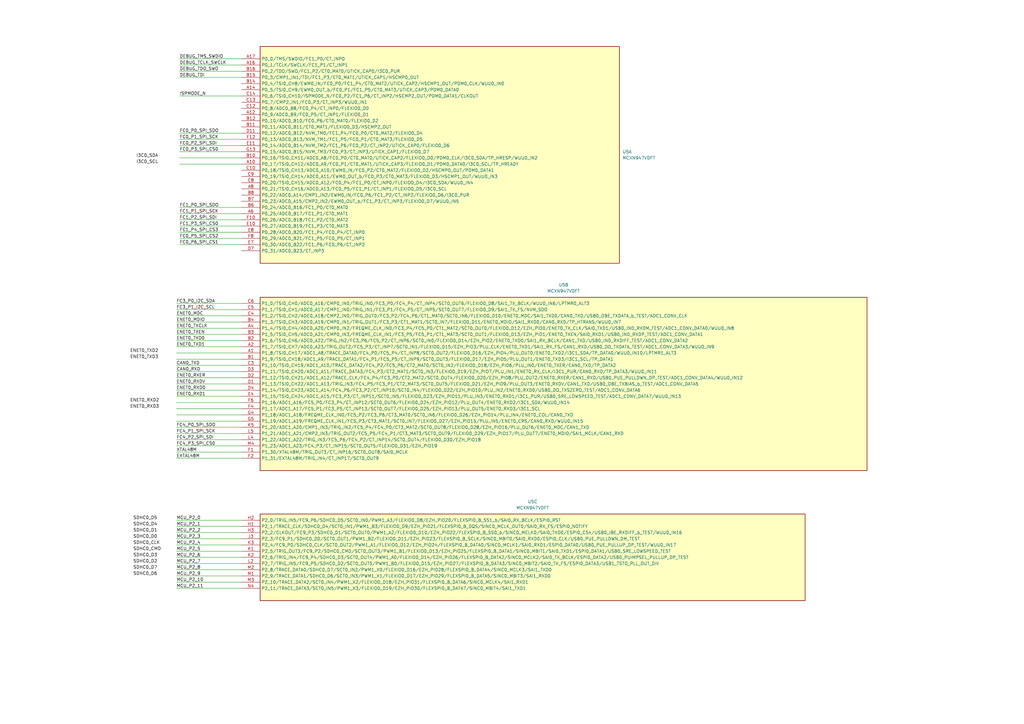
<source format=kicad_sch>
(kicad_sch (version 20231120) (generator "eeschema") (generator_version "8.0")
  (paper "A3")
  (title_block (title "MR-MCXN-T1 Sensor hub") (date "2025-01-17") (rev "X0") (company "NXP SEMICONDUCTORS B.V.") (comment 1 "CLASSIFICATION: INTERNAL USE ONLY") (comment 3 "DESIGNER: YOURI TILS") (comment 4 "CTO SYSTEM INNOVATIONS / MOBILE ROBOTICS DOMAIN"))
  (lib_symbols
    (symbol "MCXN:MCXN947VDFT"
      (property "Reference" "U" (at 1.27 3.81 0))
      (property "Value" "MCXN947VDFT" (at 7.62 1.27 0))
      (symbol "MCXN947VDFT_1_0"
        (rectangle (start 147.32 0) (end 0 -88.9) (stroke (width 0.254)) (fill (type background)))
        (pin passive line (at -7.62 -48.26 0) (length 7.62) (name "P0_17/TSI0_CH12/ADC0_A9/FC0_P1/CT0_MAT1/UTICK_CAP3/FLEXIO0_D1/PDM0_DATA0/I3C0_SCL/TP_HREADY") (number "A10"))
        (pin passive line (at -7.62 -27.94 0) (length 7.62) (name "P0_9/ADC0_B9/FC0_P5/CT_INP1/FLEXIO0_D1") (number "A12"))
        (pin passive line (at -7.62 -17.78 0) (length 7.62) (name "P0_5/TSI0_CH9/EWM0_OUT_b/FC0_P1/FC1_P5/CT0_MAT3/UTICK_CAP3/PDM0_DATA0") (number "A14"))
        (pin passive line (at -7.62 -7.62 0) (length 7.62) (name "P0_1/TCLK/SWCLK/FC1_P1/CT_INP1") (number "A16"))
        (pin passive line (at -7.62 -5.08 0) (length 7.62) (name "P0_0/TMS/SWDIO/FC1_P0/CT_INP0") (number "A17"))
        (pin passive line (at -7.62 -68.58 0) (length 7.62) (name "P0_25/ADC0_B17/FC1_P1/CT0_MAT1") (number "A6"))
        (pin passive line (at -7.62 -58.42 0) (length 7.62) (name "P0_21/TSI0_CH16/ADC0_A13/FC0_P5/FC1_P1/CT_INP1/FLEXIO0_D5/I3C0_SCL") (number "A8"))
        (pin passive line (at -7.62 -45.72 0) (length 7.62) (name "P0_16/TSI0_CH11/ADC0_A8/FC0_P0/CT0_MAT0/UTICK_CAP2/FLEXIO0_D0/PDM0_CLK/I3C0_SDA/TP_HRESP/WUU0_IN2") (number "B10"))
        (pin passive line (at -7.62 -33.02 0) (length 7.62) (name "P0_11/ADC0_B11/CT0_MAT1/FLEXIO0_D3/HSCMP2_OUT") (number "B11"))
        (pin passive line (at -7.62 -30.48 0) (length 7.62) (name "P0_10/ADC0_B10/FC0_P6/CT0_MAT0/FLEXIO0_D2") (number "B12"))
        (pin passive line (at -7.62 -15.24 0) (length 7.62) (name "P0_4/TSI0_CH8/EWM0_IN/FC0_P0/FC1_P4/CT0_MAT2/UTICK_CAP2/HSCMP1_OUT/PDM0_CLK/WUU0_IN0") (number "B14"))
        (pin passive line (at -7.62 -12.7 0) (length 7.62) (name "P0_3/CMP1_IN1/TDI/FC1_P3/CT0_MAT1/UTICK_CAP1/HSCMP0_OUT") (number "B15"))
        (pin passive line (at -7.62 -10.16 0) (length 7.62) (name "P0_2/TDO/SWO/FC1_P2/CT0_MAT0/UTICK_CAP0/I3C0_PUR") (number "B16"))
        (pin passive line (at -7.62 -66.04 0) (length 7.62) (name "P0_24/ADC0_B16/FC1_P0/CT0_MAT0") (number "B6"))
        (pin passive line (at -7.62 -63.5 0) (length 7.62) (name "P0_23/ADC0_A15/CMP2_IN2/EWM0_OUT_b/FC1_P3/CT_INP3/FLEXIO0_D7/WUU0_IN5") (number "B7"))
        (pin passive line (at -7.62 -60.96 0) (length 7.62) (name "P0_22/ADC0_A14/CMP1_IN2/EWM0_IN/FC0_P6/FC1_P2/CT_INP2/FLEXIO0_D6/I3C0_PUR") (number "B8"))
        (pin passive line (at -7.62 -50.8 0) (length 7.62) (name "P0_18/TSI0_CH13/ADC0_A10/EWM0_IN/FC0_P2/CT0_MAT2/FLEXIO0_D2/HSCMP0_OUT/PDM0_DATA1") (number "C10"))
        (pin passive line (at -7.62 -25.4 0) (length 7.62) (name "P0_8/ADC0_B8/FC0_P4/CT_INP0/FLEXIO0_D0") (number "C12"))
        (pin passive line (at -7.62 -22.86 0) (length 7.62) (name "P0_7/CMP2_IN1/FC0_P3/CT_INP3/WUU0_IN1") (number "C13"))
        (pin passive line (at -7.62 -20.32 0) (length 7.62) (name "P0_6/TSI0_CH10/ISPMODE_N/FC0_P2/FC1_P6/CT_INP2/HSCMP2_OUT/PDM0_DATA1/CLKOUT") (number "C14"))
        (pin passive line (at -7.62 -55.88 0) (length 7.62) (name "P0_20/TSI0_CH15/ADC0_A12/FC0_P4/FC1_P0/CT_INP0/FLEXIO0_D4/I3C0_SDA/WUU0_IN4") (number "C8"))
        (pin passive line (at -7.62 -53.34 0) (length 7.62) (name "P0_19/TSI0_CH14/ADC0_A11/EWM0_OUT_b/FC0_P3/CT0_MAT3/FLEXIO0_D3/HSCMP1_OUT/WUU0_IN3") (number "C9"))
        (pin passive line (at -7.62 -35.56 0) (length 7.62) (name "P0_12/ADC0_B12/NVM_TM0/FC1_P4/FC0_P0/CT0_MAT2/FLEXIO0_D4") (number "D11"))
        (pin passive line (at -7.62 -83.82 0) (length 7.62) (name "P0_31/ADC0_B23/CT_INP3") (number "D7"))
        (pin passive line (at -7.62 -73.66 0) (length 7.62) (name "P0_27/ADC0_B19/FC1_P3/CT0_MAT3") (number "E10"))
        (pin passive line (at -7.62 -40.64 0) (length 7.62) (name "P0_14/ADC0_B14/NVM_TM2/FC1_P6/FC0_P2/CT_INP2/UTICK_CAP0/FLEXIO0_D6") (number "E11"))
        (pin passive line (at -7.62 -81.28 0) (length 7.62) (name "P0_30/ADC0_B22/FC1_P6/FC0_P6/CT_INP2") (number "E7"))
        (pin passive line (at -7.62 -76.2 0) (length 7.62) (name "P0_28/ADC0_B20/FC1_P4/FC0_P4/CT_INP0") (number "E8"))
        (pin passive line (at -7.62 -71.12 0) (length 7.62) (name "P0_26/ADC0_B18/FC1_P2/CT0_MAT2") (number "F10"))
        (pin passive line (at -7.62 -38.1 0) (length 7.62) (name "P0_13/ADC0_B13/NVM_TM1/FC1_P5/FC0_P1/CT0_MAT3/FLEXIO0_D5") (number "F12"))
        (pin passive line (at -7.62 -78.74 0) (length 7.62) (name "P0_29/ADC0_B21/FC1_P5/FC0_P5/CT_INP1") (number "F8"))
        (pin passive line (at -7.62 -43.18 0) (length 7.62) (name "P0_15/ADC0_B15/NVM_TM3/FC0_P3/CT_INP3/UTICK_CAP1/FLEXIO0_D7") (number "G13"))
      )
      (symbol "MCXN947VDFT_2_0"
        (rectangle (start 248.92 0) (end 0 -71.12) (stroke (width 0.254)) (fill (type background)))
        (pin passive line (at -7.62 -22.86 0) (length 7.62) (name "P1_8/TSI0_CH17/ADC1_A8/TRACE_DATA0/FC4_P0/FC5_P4/CT_INP8/SCT0_OUT2/FLEXIO0_D16/EZH_PIO4/PLU_OUT0/ENET0_TXD2/I3C1_SDA/TP_DATA0/WUU0_IN10/LPTMR1_ALT3") (number "A1"))
        (pin passive line (at -7.62 -20.32 0) (length 7.62) (name "P1_7/TSI0_CH7/ADC0_A23/TRIG_OUT2/FC5_P3/CT_INP7/SCT0_IN1/FLEXIO0_D15/EZH_PIO3/PLU_CLK/ENET0_TXD1/SAI1_RX_FS/CAN1_RXD/USB0_DO_TXDATA_TEST/ADC1_CONV_DATA3/WUU0_IN9") (number "A2"))
        (pin passive line (at -7.62 -12.7 0) (length 7.62) (name "P1_4/TSI0_CH4/ADC0_A20/CMP0_IN2/FREQME_CLK_IN0/FC3_P4/FC5_P0/CT1_MAT2/SCT0_OUT0/FLEXIO0_D12/EZH_PIO0/ENET0_TX_CLK/SAI0_TXD1/USB0_IND_RXDM_TEST/ADC1_CONV_DATA0/WUU0_IN8") (number "A4"))
        (pin passive line (at -7.62 -25.4 0) (length 7.62) (name "P1_9/TSI0_CH18/ADC1_A9/TRACE_DATA1/FC4_P1/FC5_P5/CT_INP9/SCT0_OUT3/FLEXIO0_D17/EZH_PIO5/PLU_OUT1/ENET0_TXD3/I3C1_SCL/TP_DATA1") (number "B1"))
        (pin passive line (at -7.62 -17.78 0) (length 7.62) (name "P1_6/TSI0_CH6/ADC0_A22/TRIG_IN2/FC3_P6/FC5_P2/CT_INP6/SCT0_IN0/FLEXIO0_D14/EZH_PIO2/ENET0_TXD0/SAI1_RX_BCLK/CAN1_TXD/USB0_IND_RXDIFF_TEST/ADC1_CONV_DATA2") (number "B2"))
        (pin passive line (at -7.62 -15.24 0) (length 7.62) (name "P1_5/TSI0_CH5/ADC0_A21/CMP0_IN3/FREQME_CLK_IN1/FC3_P5/FC5_P1/CT1_MAT3/SCT0_OUT1/FLEXIO0_D13/EZH_PIO1/ENET0_TXEN/SAI0_RXD1/USB0_IND_RXDP_TEST/ADC1_CONV_DATA1") (number "B3"))
        (pin passive line (at -7.62 -10.16 0) (length 7.62) (name "P1_3/TSI0_CH3/ADC0_A19/CMP0_IN1/TRIG_OUT1/FC3_P3/CT1_MAT1/SCT0_IN7/FLEXIO0_D11/ENET0_MDIO/SAI1_RXD0/CAN0_RXD/TP_HTRANS/WUU0_IN7") (number "B4"))
        (pin passive line (at -7.62 -27.94 0) (length 7.62) (name "P1_10/TSI0_CH19/ADC1_A10/TRACE_DATA2/FC4_P2/FC5_P6/CT2_MAT0/SCT0_IN2/FLEXIO0_D18/EZH_PIO6/PLU_IN0/ENET0_TXER/CAN0_TXD/TP_DATA2") (number "C3"))
        (pin passive line (at -7.62 -7.62 0) (length 7.62) (name "P1_2/TSI0_CH2/ADC0_A18/CMP2_IN0/TRIG_OUT0/FC3_P2/FC4_P6/CT1_MAT0/SCT0_IN6/FLEXIO0_D10/ENET0_MDC/SAI1_TXD0/CAN0_TXD/USB0_OBE_TXDATA_b_TEST/ADC1_CONV_CLK") (number "C4"))
        (pin passive line (at -7.62 -5.08 0) (length 7.62) (name "P1_1/TSI0_CH1/ADC0_A17/CMP1_IN0/TRIG_IN1/FC3_P1/FC4_P5/CT_INP5/SCT0_OUT7/FLEXIO0_D9/SAI1_TX_FS/NVM_SDO") (number "C5"))
        (pin passive line (at -7.62 -2.54 0) (length 7.62) (name "P1_0/TSI0_CH0/ADC0_A16/CMP0_IN0/TRIG_IN0/FC3_P0/FC4_P4/CT_INP4/SCT0_OUT6/FLEXIO0_D8/SAI1_TX_BCLK/WUU0_IN6/LPTMR0_ALT3") (number "C6"))
        (pin passive line (at -7.62 -35.56 0) (length 7.62) (name "P1_13/TSI0_CH22/ADC1_A13/TRIG_IN3/FC4_P5/FC3_P1/CT2_MAT3/SCT0_OUT5/FLEXIO0_D21/EZH_PIO9/PLU_OUT3/ENET0_RXDV/CAN1_TXD/USB0_OBE_TXBIAS_b_TEST/ADC1_CONV_DATA5") (number "D1"))
        (pin passive line (at -7.62 -33.02 0) (length 7.62) (name "P1_12/TSI0_CH21/ADC1_A12/TRACE_CLK/FC4_P4/FC3_P0/CT2_MAT2/SCT0_OUT4/FLEXIO0_D20/EZH_PIO8/PLU_OUT2/ENET0_RXER/CAN1_RXD/USB0_PUE_PULLDWN_DP_TEST/ADC1_CONV_DATA4/WUU0_IN12") (number "D2"))
        (pin passive line (at -7.62 -30.48 0) (length 7.62) (name "P1_11/TSI0_CH20/ADC1_A11/TRACE_DATA3/FC4_P3/CT2_MAT1/SCT0_IN3/FLEXIO0_D19/EZH_PIO7/PLU_IN1/ENET0_RX_CLK/I3C1_PUR/CAN0_RXD/TP_DATA3/WUU0_IN11") (number "D3"))
        (pin passive line (at -7.62 -38.1 0) (length 7.62) (name "P1_14/TSI0_CH23/ADC1_A14/FC4_P6/FC3_P2/CT_INP10/SCT0_IN4/FLEXIO0_D22/EZH_PIO10/PLU_IN2/ENET0_RXD0/USB0_DO_TXSZERO_TEST/ADC1_CONV_DATA6") (number "D4"))
        (pin passive line (at -7.62 -40.64 0) (length 7.62) (name "P1_15/TSI0_CH24/ADC1_A15/FC3_P3/CT_INP11/SCT0_IN5/FLEXIO0_D23/EZH_PIO11/PLU_IN3/ENET0_RXD1/I3C1_PUR/USB0_SRE_LOWSPEED_TEST/ADC1_CONV_DATA7/WUU0_IN13") (number "E4"))
        (pin passive line (at -7.62 -63.5 0) (length 7.62) (name "P1_30/XTAL48M/TRIG_OUT3/CT_INP16/SCT0_OUT8/SAI0_MCLK") (number "F1"))
        (pin passive line (at -7.62 -66.04 0) (length 7.62) (name "P1_31/EXTAL48M/TRIG_IN4/CT_INP17/SCT0_OUT9") (number "F2"))
        (pin passive line (at -7.62 -45.72 0) (length 7.62) (name "P1_17/ADC1_A17/FC5_P1/FC3_P5/CT_INP13/SCT0_OUT7/FLEXIO0_D25/EZH_PIO13/PLU_OUT5/ENET0_RXD3/I3C1_SCL") (number "F4"))
        (pin passive line (at -7.62 -43.18 0) (length 7.62) (name "P1_16/ADC1_A16/FC5_P0/FC3_P4/CT_INP12/SCT0_OUT6/FLEXIO0_D24/EZH_PIO12/PLU_OUT4/ENET0_RXD2/I3C1_SDA/WUU0_IN14") (number "F6"))
        (pin passive line (at -7.62 -48.26 0) (length 7.62) (name "P1_18/ADC1_A18/FREQME_CLK_IN0/FC5_P2/FC3_P6/CT3_MAT0/SCT0_IN6/FLEXIO0_D26/EZH_PIO14/PLU_IN4/ENET0_COL/CAN0_TXD") (number "G4"))
        (pin passive line (at -7.62 -50.8 0) (length 7.62) (name "P1_19/ADC1_A19/FREQME_CLK_IN1/FC5_P3/CT3_MAT1/SCT0_IN7/FLEXIO0_D27/EZH_PIO15/PLU_IN5/ENET0_CRS/CAN0_RXD/WUU0_IN15") (number "G5"))
        (pin passive line (at -7.62 -53.34 0) (length 7.62) (name "P1_20/ADC1_A20/CMP1_IN3/TRIG_IN2/FC5_P4/FC4_P0/CT3_MAT2/SCT0_OUT8/FLEXIO0_D28/EZH_PIO16/PLU_OUT6/ENET0_MDC/CAN1_TXD") (number "K5"))
        (pin passive line (at -7.62 -58.42 0) (length 7.62) (name "P1_22/ADC1_A22/TRIG_IN3/FC5_P6/FC4_P2/CT_INP14/SCT0_OUT4/FLEXIO0_D30/EZH_PIO18") (number "L4"))
        (pin passive line (at -7.62 -55.88 0) (length 7.62) (name "P1_21/ADC1_A21/CMP2_IN3/TRIG_OUT2/FC5_P5/FC4_P1/CT3_MAT3/SCT0_OUT9/FLEXIO0_D29/EZH_PIO17/PLU_OUT7/ENET0_MDIO/SAI1_MCLK/CAN1_RXD") (number "L5"))
        (pin passive line (at -7.62 -60.96 0) (length 7.62) (name "P1_23/ADC1_A23/FC4_P3/CT_INP15/SCT0_OUT5/FLEXIO0_D31/EZH_PIO19") (number "M4"))
      )
      (symbol "MCXN947VDFT_3_0"
        (rectangle (start 223.52 0) (end 0 -35.56) (stroke (width 0.254)) (fill (type background)))
        (pin passive line (at -7.62 -5.08 0) (length 7.62) (name "P2_1/TRACE_CLK/SDHC0_D4/SCT0_IN1/PWM1_B3/FLEXIO0_D9/EZH_PIO21/FLEXSPI0_B_DQS/SINC0_MCLK_OUT0/SAI0_RX_FS/ESPI0_NOTIFY") (number "H1"))
        (pin passive line (at -7.62 -2.54 0) (length 7.62) (name "P2_0/TRIG_IN5/FC9_P6/SDHC0_D5/SCT0_IN0/PWM1_A3/FLEXIO0_D8/EZH_PIO20/FLEXSPI0_B_SS1_b/SAI0_RX_BCLK/ESPI0_RST") (number "H2"))
        (pin passive line (at -7.62 -7.62 0) (length 7.62) (name "P2_2/CLKOUT/FC9_P3/SDHC0_D1/SCT0_OUT0/PWM1_A2/FLEXIO0_D10/EZH_PIO22/FLEXSPI0_B_SS0_b/SINC0_MCLK0/SAI0_TXD0/ESPI0_CSn/USB0_IBE_RXDIFF_b_TEST/WUU0_IN16") (number "H3"))
        (pin passive line (at -7.62 -10.16 0) (length 7.62) (name "P2_3/FC9_P1/SDHC0_D0/SCT0_OUT1/PWM1_B2/FLEXIO0_D11/EZH_PIO23/FLEXSPI0_B_SCLK/SINC0_MBIT0/SAI0_RXD0/ESPI0_CLK/USB0_PUE_PULLDWN_DM_TEST") (number "J3"))
        (pin passive line (at -7.62 -15.24 0) (length 7.62) (name "P2_5/TRIG_OUT3/FC9_P2/SDHC0_CMD/SCT0_OUT3/PWM1_B1/FLEXIO0_D13/EZH_PIO25/FLEXSPI0_B_DATA1/SINC0_MBIT1/SAI0_TXD1/ESPI0_DATA1/USB0_SRE_LOWSPEED_TEST") (number "K1"))
        (pin passive line (at -7.62 -17.78 0) (length 7.62) (name "P2_6/TRIG_IN4/FC9_P4/SDHC0_D3/SCT0_OUT4/PWM1_A0/FLEXIO0_D14/EZH_PIO26/FLEXSPI0_B_DATA2/SINC0_MCLK2/SAI0_TX_BCLK/ESPI0_DATA2/USB0_PUIMPSEL_PULLUP_DP_TEST") (number "K2"))
        (pin passive line (at -7.62 -12.7 0) (length 7.62) (name "P2_4/FC9_P0/SDHC0_CLK/SCT0_OUT2/PWM1_A1/FLEXIO0_D12/EZH_PIO24/FLEXSPI0_B_DATA0/SINC0_MCLK1/SAI0_RXD1/ESPI0_DATA0/USB0_PUE_PULLUP_DP_TEST/WUU0_IN17") (number "K3"))
        (pin passive line (at -7.62 -20.32 0) (length 7.62) (name "P2_7/TRIG_IN5/FC9_P5/SDHC0_D2/SCT0_OUT5/PWM1_B0/FLEXIO0_D15/EZH_PIO27/FLEXSPI0_B_DATA3/SINC0_MBIT2/SAI0_TX_FS/ESPI0_DATA3/USB1_TSTO_PLL_OUT_DIV") (number "L2"))
        (pin passive line (at -7.62 -25.4 0) (length 7.62) (name "P2_9/TRACE_DATA1/SDHC0_D6/SCT0_IN3/PWM1_X1/FLEXIO0_D17/EZH_PIO29/FLEXSPI0_B_DATA5/SINC0_MBIT3/SAI1_RXD0") (number "M1"))
        (pin passive line (at -7.62 -22.86 0) (length 7.62) (name "P2_8/TRACE_DATA0/SDHC0_D7/SCT0_IN2/PWM1_X0/FLEXIO0_D16/EZH_PIO28/FLEXSPI0_B_DATA4/SINC0_MCLK3/SAI1_TXD0") (number "M2"))
        (pin passive line (at -7.62 -27.94 0) (length 7.62) (name "P2_10/TRACE_DATA2/SCT0_IN4/PWM1_X2/FLEXIO0_D18/EZH_PIO31/FLEXSPI0_B_DATA6/SINC0_MCLK4/SAI1_RXD1") (number "M3"))
        (pin passive line (at -7.62 -30.48 0) (length 7.62) (name "P2_11/TRACE_DATA3/SCT0_IN5/PWM1_X3/FLEXIO0_D19/EZH_PIO30/FLEXSPI0_B_DATA7/SINC0_MBIT4/SAI1_TXD1") (number "N4"))
      )
      (symbol "MCXN947VDFT_4_0"
        (rectangle (start 226.06 0) (end 0 -66.04) (stroke (width 0.254)) (fill (type background)))
        (pin passive line (at -7.62 -2.54 0) (length 7.62) (name "P3_0/TRIG_IN0/FC7_P3/CT_INP16/PWM0_A0/FLEXIO0_D8/EZH_PIO0/FLEXSPI0_A_SS0_b/PF_QSPI_CS0_DIS/TP_HWRITE/WUU0_IN22") (number "B17"))
        (pin passive line (at -7.62 -5.08 0) (length 7.62) (name "P3_1/TRIG_IN1/FC6_P0/FC7_P6/CT_INP17/PWM0_B0/FLEXIO0_D9/EZH_PIO1/FLEXSPI0_A_SS1_b/PF_QSPI_CS1_DIS/FREQME_CLK_OUT0") (number "C15"))
        (pin passive line (at -7.62 -20.32 0) (length 7.62) (name "P3_7/FC6_P6/FC7_P1/CT4_MAT3/PWM0_B1/FLEXIO0_D15/EZH_PIO7/FLEXSPI0_A_SCLK/SIM0_VCCEN/SAI0_MCLK/PF_QSPI_SCKIN/TP_LOAD_EN") (number "D14"))
        (pin passive line (at -7.62 -7.62 0) (length 7.62) (name "P3_2/FC7_P0/CT4_MAT0/PWM0_X0/FLEXIO0_D10/EZH_PIO2/SIM1_PD") (number "D15"))
        (pin passive line (at -7.62 -10.16 0) (length 7.62) (name "P3_3/FC7_P1/CT4_MAT1/PWM0_X1/FLEXIO0_D11/EZH_PIO3/SIM1_RST") (number "D16"))
        (pin passive line (at -7.62 -17.78 0) (length 7.62) (name "P3_6/CLKOUT/FC6_P1/CT4_MAT2/PWM0_A1/FLEXIO0_D14/EZH_PIO6/FLEXSPI0_A_DQS/SIM1_VCCEN/SAI1_MCLK/PF_QSPI_CS_n/FREQME_CLK_OUT1/ADC0_CONV_CLK") (number "D17"))
        (pin passive line (at -7.62 -22.86 0) (length 7.62) (name "P3_8/FC6_P4/FC7_P0/CT_INP4/PWM0_A2/FLEXIO0_D16/EZH_PIO8/FLEXSPI0_A_DATA0/SIM0_PD/SAI0_TX_BCLK/PF_QSPI_DATA0/TP_ADDR0/WUU0_IN23") (number "E14"))
        (pin passive line (at -7.62 -12.7 0) (length 7.62) (name "P3_4/FC7_P2/CT_INP18/PWM0_X2/FLEXIO0_D12/EZH_PIO4/SIM1_CLK") (number "F14"))
        (pin passive line (at -7.62 -25.4 0) (length 7.62) (name "P3_9/FC6_P5/FC7_P2/CT_INP5/PWM0_B2/FLEXIO0_D17/EZH_PIO9/FLEXSPI0_A_DATA1/SIM0_RST/SAI0_TX_FS/PF_QSPI_DATA1/TP_ADDR1") (number "F15"))
        (pin passive line (at -7.62 -30.48 0) (length 7.62) (name "P3_11/FC6_P3/FC7_P5/CT1_MAT1/PWM0_B3/FLEXIO0_D19/EZH_PIO11/FLEXSPI0_A_DATA3/SIM0_IO/SAI0_RXD0/PF_QSPI_DATA3/USB1_TSTI_TX_LS_EN/TP_ADDR3/WUU0_IN24") (number "F16"))
        (pin passive line (at -7.62 -27.94 0) (length 7.62) (name "P3_10/FC6_P2/FC7_P4/CT1_MAT0/PWM0_A3/FLEXIO0_D18/EZH_PIO10/FLEXSPI0_A_DATA2/SIM0_CLK/SAI0_TXD0/PF_QSPI_DATA2/USB1_TSTI_TX_HS_MODE/TP_ADDR2") (number "F17"))
        (pin passive line (at -7.62 -15.24 0) (length 7.62) (name "P3_5/FC7_P3/CT_INP19/PWM0_X3/FLEXIO0_D13/EZH_PIO5/SIM1_IO") (number "G14"))
        (pin passive line (at -7.62 -33.02 0) (length 7.62) (name "P3_12/FC7_P4/FC6_P4/CT1_MAT2/PWM1_A0/FLEXIO0_D20/EZH_PIO12/FLEXSPI0_A_DATA4/SAI0_RXD1/USB1_TSTI_TX_ENAB/ADC0_CONV_DATA0") (number "G16"))
        (pin passive line (at -7.62 -40.64 0) (length 7.62) (name "P3_15/FC8_P1/CT_INP7/PWM1_B1/FLEXIO0_D23/EZH_PIO15/FLEXSPI0_A_DATA7/SAI0_RX_FS/PF_SPI_SCKIN/USB1_TSTI_TX_DN/ADC0_CONV_DATA3") (number "H15"))
        (pin passive line (at -7.62 -35.56 0) (length 7.62) (name "P3_13/FC7_P5/FC6_P5/CT1_MAT3/PWM1_B0/FLEXIO0_D21/EZH_PIO13/FLEXSPI0_A_DATA5/SAI0_TXD1/PF_SPI_CS0_n/USB1_TSTI_TX_HIZ/ADC0_CONV_DATA1") (number "H16"))
        (pin passive line (at -7.62 -38.1 0) (length 7.62) (name "P3_14/FC8_P0/CT_INP6/PWM1_A1/FLEXIO0_D22/EZH_PIO14/FLEXSPI0_A_DATA6/SAI0_RX_BCLK/PF_SPI_DATA/USB1_TSTI_TX_DP/ADC0_CONV_DATA2/WUU0_IN25") (number "H17"))
        (pin passive line (at -7.62 -43.18 0) (length 7.62) (name "P3_16/FC8_P2/CT_INP8/PWM1_A2/FLEXIO0_D24/EZH_PIO16/SIM0_CLK/SAI1_TX_BCLK/USB1_TSTO_RX_FS_RXD/ADC0_CONV_DATA4") (number "J15"))
        (pin passive line (at -7.62 -45.72 0) (length 7.62) (name "P3_17/FC8_P3/CT_INP9/PWM1_B2/FLEXIO0_D25/EZH_PIO17/SIM0_IO/SAI1_TX_FS/USB1_TSTO_RX_HS_RXD/ADC0_CONV_DATA5/WUU0_IN26") (number "K15"))
        (pin passive line (at -7.62 -48.26 0) (length 7.62) (name "P3_18/FC6_P6/CT2_MAT0/PWM1_X0/FLEXIO0_D26/EZH_PIO18/SAI1_RX_BCLK") (number "K16"))
        (pin passive line (at -7.62 -50.8 0) (length 7.62) (name "P3_19/FC7_P6/CT2_MAT1/PWM1_X1/FLEXIO0_D27/EZH_PIO19/SAI1_RX_FS") (number "K17"))
        (pin passive line (at -7.62 -55.88 0) (length 7.62) (name "P3_21/TRIG_OUT1/FC8_P5/FC6_P1/CT2_MAT3/PWM1_B3/FLEXIO0_D29/EZH_PIO21/SIM0_RST/SAI1_RXD0/PF_SPI_CS1_DIS_n/USB1_TSTO_RX_SQUELCH/ADC0_CONV_DATA7") (number "L16"))
        (pin passive line (at -7.62 -60.96 0) (length 7.62) (name "P3_23/FC6_P3/CT_INP11/PWM1_X3/FLEXIO0_D31/EZH_PIO23/SAI1_TXD1") (number "M15"))
        (pin passive line (at -7.62 -58.42 0) (length 7.62) (name "P3_22/FC8_P6/FC6_P2/CT_INP10/PWM1_X2/FLEXIO0_D30/EZH_PIO22/SIM0_VCCEN/SAI1_RXD1") (number "M16"))
        (pin passive line (at -7.62 -53.34 0) (length 7.62) (name "P3_20/TRIG_OUT0/FC8_P4/FC6_P0/CT2_MAT2/PWM1_A3/FLEXIO0_D28/EZH_PIO20/SIM0_PD/SAI1_TXD0/PF_SPI_CS0_DIS_n/USB1_TSTO_RX_DISCON_DET/ADC0_CONV_DATA6/WUU0_IN27") (number "M17"))
      )
      (symbol "MCXN947VDFT_5_0"
        (rectangle (start 198.12 0) (end 0 -55.88) (stroke (width 0.254)) (fill (type background)))
        (pin passive line (at -7.62 -12.7 0) (length 7.62) (name "P4_4/FC2_P4/CT_INP14/EZH_PIO28/PLU_IN4/SINC0_MCLK4") (number "M6"))
        (pin passive line (at -7.62 -15.24 0) (length 7.62) (name "P4_5/FC2_P5/CT_INP15/EZH_PIO29/PLU_IN5/SINC0_MBIT4") (number "M8"))
        (pin passive line (at -7.62 -38.1 0) (length 7.62) (name "P4_18/CT3_MAT2/FLEXIO0_D26/PLU_OUT6") (number "N10"))
        (pin passive line (at -7.62 -17.78 0) (length 7.62) (name "P4_6/TRIG_OUT4/FC2_P6/CT_INP18/EZH_PIO30/PLU_CLK") (number "N7"))
        (pin passive line (at -7.62 -27.94 0) (length 7.62) (name "P4_14/CT4_MAT2/FLEXIO0_D22/PLU_OUT2") (number "N8"))
        (pin passive line (at -7.62 -2.54 0) (length 7.62) (name "P4_0/TRIG_IN6/FC2_P0/CT_INP16/EZH_PIO24/PLU_IN0/SINC0_MCLK3/WUU0_IN18") (number "P1"))
        (pin passive line (at -7.62 -5.08 0) (length 7.62) (name "P4_1/TRIG_IN7/FC2_P1/CT_INP17/EZH_PIO25/PLU_IN1") (number "P2"))
        (pin passive line (at -7.62 -40.64 0) (length 7.62) (name "P4_19/OPAMP1_OUT/ADC0_B1/CMP1_IN4P/TRIG_OUT5/CT3_MAT3/FLEXIO0_D27/PLU_OUT7/SINC0_MCLK_OUT1") (number "R10"))
        (pin passive line (at -7.62 -33.02 0) (length 7.62) (name "P4_16/OPAMP1_INP0/ADC0_A6/FC2_P2/USB1_OTG_PWR/CT3_MAT0/FLEXIO0_D24/PLU_OUT4/SINC0_MCLK1/CAN1_TXD") (number "R8"))
        (pin passive line (at -7.62 -35.56 0) (length 7.62) (name "P4_17/OPAMP1_INP1/ADC0_B6/TRIG_IN9/FC2_P3/USB1_OTG_OC/CT3_MAT1/FLEXIO0_D25/PLU_OUT5/SINC0_MBIT1") (number "R9"))
        (pin passive line (at -7.62 -7.62 0) (length 7.62) (name "P4_2/DAC0_OUT/ADC0_A4/ADC1_A4/CMP0_IN4N/CMP1_IN4N/CMP2_IN4N/TRIG_IN6/FC2_P2/CT_INP12/EZH_PIO26/PLU_IN2/SINC0_MBIT3") (number "T1"))
        (pin passive line (at -7.62 -43.18 0) (length 7.62) (name "P4_20/OPAMP2_INP0/ADC1_A6/TRIG_IN8/FC2_P4/CT2_MAT0/FLEXIO0_D28/SINC0_MCLK2") (number "T10"))
        (pin passive line (at -7.62 -45.72 0) (length 7.62) (name "P4_21/OPAMP2_INP1/ADC1_B6/TRIG_IN9/FC2_P5/CT2_MAT1/FLEXIO0_D29/SINC0_MBIT2") (number "T11"))
        (pin passive line (at -7.62 -48.26 0) (length 7.62) (name "P4_22/CT2_MAT2/FLEXIO0_D30") (number "T12"))
        (pin passive line (at -7.62 -20.32 0) (length 7.62) (name "P4_7/CT_INP19/EZH_PIO31") (number "T4"))
        (pin passive line (at -7.62 -22.86 0) (length 7.62) (name "P4_12/OPAMP0_INP0/ADC0_A5/ADC1_A5/USB0_VBUS_DET/FC2_P0/CT4_MAT0/FLEXIO0_D20/PLU_OUT0/SINC0_MCLK0/CAN0_RXD/MTR_START_BURNIN/WUU0_IN20") (number "T6"))
        (pin passive line (at -7.62 -25.4 0) (length 7.62) (name "P4_13/OPAMP0_INP1/ADC0_B5/ADC1_B5/TRIG_IN8/FC2_P1/USB1_ID/CT4_MAT1/FLEXIO0_D21/PLU_OUT1/SINC0_MBIT0/CAN0_TXD") (number "T7"))
        (pin passive line (at -7.62 -30.48 0) (length 7.62) (name "P4_15/OPAMP0_OUT/ADC0_A1/CMP0_IN4P/TRIG_OUT4/USB1_VBUS_DIG/CT4_MAT3/FLEXIO0_D23/PLU_OUT3/SINC0_MCLK_OUT0/CAN1_RXD/WUU0_IN21") (number "T8"))
        (pin passive line (at -7.62 -10.16 0) (length 7.62) (name "P4_3/DAC1_OUT/ADC0_B4/ADC1_B4/CMP0_IN5N/CMP1_IN5N/CMP2_IN5N/TRIG_IN7/FC2_P3/CT_INP13/EZH_PIO27/PLU_IN3/WUU0_IN19") (number "U1"))
        (pin passive line (at -7.62 -50.8 0) (length 7.62) (name "P4_23/OPAMP2_OUT/ADC0_A2/ADC0_B2/ADC1_B3/CMP2_IN4P/TRIG_OUT5/FC2_P6/CT2_MAT3/FLEXIO0_D31/SINC0_MCLK_OUT2") (number "U12"))
      )
      (symbol "MCXN947VDFT_6_0"
        (rectangle (start 73.66 0) (end 0 -33.02) (stroke (width 0.254)) (fill (type background)))
        (pin passive line (at -7.62 -17.78 0) (length 7.62) (name "P5_5/ADC1_B13/TRIG_IN10/LPTMR0_ALT2/TAMPER3") (number "K12"))
        (pin passive line (at -7.62 -20.32 0) (length 7.62) (name "P5_6/ADC1_B14/TRIG_OUT6/LPTMR1_ALT2/TAMPER4") (number "K13"))
        (pin passive line (at -7.62 -22.86 0) (length 7.62) (name "P5_7/ADC1_B15/TRIG_IN11/TAMPER5") (number "L13"))
        (pin passive line (at -7.62 -25.4 0) (length 7.62) (name "P5_8/ADC1_B16/TRIG_OUT7/TAMPER6") (number "L14"))
        (pin passive line (at -7.62 -10.16 0) (length 7.62) (name "P5_2/ADC1_B10/VBAT_WAKEUP_b/SPC_LPREQ/TAMPER0") (number "M10"))
        (pin passive line (at -7.62 -15.24 0) (length 7.62) (name "P5_4/ADC1_B12/TRIG_OUT7/SPC_LPREQ/TAMPER2") (number "M12"))
        (pin passive line (at -7.62 -27.94 0) (length 7.62) (name "P5_9/ADC1_B17/TAMPER7") (number "M14"))
        (pin passive line (at -7.62 -12.7 0) (length 7.62) (name "P5_3/ADC1_B11/TRIG_IN11/RTC_CLKOUT/TAMPER1") (number "N11"))
        (pin passive line (at -7.62 -5.08 0) (length 7.62) (name "P5_0/EXTAL32K/ADC1_B8/TRIG_IN10/LPTMR0_ALT2") (number "U16"))
        (pin passive line (at -7.62 -7.62 0) (length 7.62) (name "P5_1/XTAL32K/ADC1_B9/TRIG_OUT6/LPTMR1_ALT2") (number "U17"))
      )
      (symbol "MCXN947VDFT_7_0"
        (rectangle (start 66.04 0) (end 0 -43.18) (stroke (width 0.254)) (fill (type background)))
        (pin passive line (at -7.62 -2.54 0) (length 7.62) (name "RESET_b") (number "F3"))
        (pin passive line (at -7.62 -22.86 0) (length 7.62) (name "USB1_ID") (number "P11"))
        (pin passive line (at 73.66 -2.54 180) (length 7.62) (name "ANA_0/ADC0_A0") (number "P3"))
        (pin passive line (at -7.62 -17.78 0) (length 7.62) (name "USB1_DP") (number "R13"))
        (pin passive line (at -7.62 -15.24 0) (length 7.62) (name "USB1_DM") (number "R14"))
        (pin passive line (at 73.66 -5.08 180) (length 7.62) (name "ANA_1/ADC0_B0") (number "R3"))
        (pin passive line (at -7.62 -7.62 0) (length 7.62) (name "USB0_DM/WUU0_IN28") (number "T14"))
        (pin passive line (at -7.62 -10.16 0) (length 7.62) (name "USB0_DP/WUU0_IN29") (number "T15"))
        (pin passive line (at 73.66 -10.16 180) (length 7.62) (name "ANA_4/ADC1_A0") (number "T2"))
        (pin passive line (at 73.66 -12.7 180) (length 7.62) (name "ANA_5/ADC1_B0") (number "T3"))
        (pin passive line (at 73.66 -38.1 180) (length 7.62) (name "ANA_22/OPAMP2_INN") (number "U10"))
        (pin passive line (at -7.62 -27.94 0) (length 7.62) (name "USB1_VBUS") (number "U14"))
        (pin passive line (at 73.66 -17.78 180) (length 7.62) (name "ANA_6/DAC2_OUT/ADC0_A3/ADC1_A3") (number "U2"))
        (pin passive line (at 73.66 -27.94 180) (length 7.62) (name "ANA_14/OPAMP0_INN") (number "U6"))
        (pin passive line (at 73.66 -33.02 180) (length 7.62) (name "ANA_18/OPAMP1_INN") (number "U8"))
      )
      (symbol "MCXN947VDFT_8_0"
        (rectangle (start 60.96 0) (end 0 -129.54) (stroke (width 0.254)) (fill (type background)))
        (pin passive line (at 68.58 -7.62 180) (length 7.62) (name "VSS_3") (number "D12"))
        (pin passive line (at 68.58 -2.54 180) (length 7.62) (name "VSS_1") (number "D6"))
        (pin passive line (at 68.58 -5.08 180) (length 7.62) (name "VSS_2") (number "D9"))
        (pin passive line (at 68.58 -12.7 180) (length 7.62) (name "VSS_5") (number "E13"))
        (pin passive line (at 68.58 -10.16 180) (length 7.62) (name "VSS_4") (number "E5"))
        (pin passive line (at -7.62 -20.32 0) (length 7.62) (name "VDD_P3_1") (number "G11"))
        (pin passive line (at 68.58 -15.24 180) (length 7.62) (name "VSS_6") (number "G2"))
        (pin passive line (at -7.62 -2.54 0) (length 7.62) (name "VDD_1") (number "G7"))
        (pin passive line (at -7.62 -22.86 0) (length 7.62) (name "VDD_P3_2") (number "H10"))
        (pin passive line (at -7.62 -25.4 0) (length 7.62) (name "VDD_P3_3") (number "H12"))
        (pin passive line (at 68.58 -22.86 180) (length 7.62) (name "VSS_9") (number "H13"))
        (pin passive line (at 68.58 -17.78 180) (length 7.62) (name "VSS_7") (number "H5"))
        (pin passive line (at -7.62 -5.08 0) (length 7.62) (name "VDD_2") (number "H6"))
        (pin passive line (at -7.62 -7.62 0) (length 7.62) (name "VDD_3") (number "H8"))
        (pin passive line (at 68.58 -20.32 180) (length 7.62) (name "VSS_8") (number "H9"))
        (pin passive line (at 68.58 -30.48 180) (length 7.62) (name "VSS_12") (number "J10"))
        (pin passive line (at 68.58 -33.02 180) (length 7.62) (name "VSS_13") (number "J14"))
        (pin passive line (at 68.58 -25.4 180) (length 7.62) (name "VSS_10") (number "J4"))
        (pin passive line (at 68.58 -27.94 180) (length 7.62) (name "VSS_11") (number "J8"))
        (pin passive line (at -7.62 -119.38 0) (length 7.62) (name "VDD_CORE_1") (number "K10"))
        (pin passive line (at -7.62 -114.3 0) (length 7.62) (name "VDD_LDO_CORE") (number "K6"))
        (pin passive line (at -7.62 -12.7 0) (length 7.62) (name "VDD_P2_1") (number "K8"))
        (pin passive line (at 68.58 -35.56 180) (length 7.62) (name "VSS_14") (number "K9"))
        (pin passive line (at -7.62 -121.92 0) (length 7.62) (name "VDD_CORE_2") (number "L11"))
        (pin passive line (at -7.62 -15.24 0) (length 7.62) (name "VDD_P2_2") (number "L7"))
        (pin passive line (at 68.58 -38.1 180) (length 7.62) (name "VSS_15") (number "N13"))
        (pin passive line (at -7.62 -81.28 0) (length 7.62) (name "VDD_SYS/VOUT_SYS") (number "N14"))
        (pin passive line (at -7.62 -30.48 0) (length 7.62) (name "VDD_P4_1") (number "N5"))
        (pin passive line (at 68.58 -40.64 180) (length 7.62) (name "VSS_16") (number "P12"))
        (pin passive line (at 68.58 -43.18 180) (length 7.62) (name "VSS_17") (number "P14"))
        (pin passive line (at -7.62 -76.2 0) (length 7.62) (name "VDD_LDO_SYS") (number "P15"))
        (pin passive line (at 68.58 -60.96 180) (length 7.62) (name "VSS_DCDC") (number "P16"))
        (pin passive line (at -7.62 -99.06 0) (length 7.62) (name "DCDC_LX/DCDC_LX") (number "P17"))
        (pin passive line (at -7.62 -33.02 0) (length 7.62) (name "VDD_P4_2") (number "P4"))
        (pin passive line (at 68.58 -50.8 180) (length 7.62) (name "VSS_P4_1") (number "P6"))
        (pin passive line (at 68.58 -53.34 180) (length 7.62) (name "VSS_P4_2") (number "P7"))
        (pin passive line (at 68.58 -55.88 180) (length 7.62) (name "VSS_P4_3") (number "P9"))
        (pin passive line (at -7.62 -38.1 0) (length 7.62) (name "VDD_USB") (number "R12"))
        (pin passive line (at -7.62 -91.44 0) (length 7.62) (name "VDD_DCDC") (number "R15"))
        (pin passive line (at -7.62 -48.26 0) (length 7.62) (name "VDD_ANA") (number "R4"))
        (pin passive line (at -7.62 -53.34 0) (length 7.62) (name "VREFH") (number "R5"))
        (pin passive line (at -7.62 -58.42 0) (length 7.62) (name "VREFL") (number "R6"))
        (pin passive line (at 68.58 -45.72 180) (length 7.62) (name "VSS_18") (number "T16"))
        (pin passive line (at -7.62 -43.18 0) (length 7.62) (name "VDD_BAT") (number "T17"))
        (pin passive line (at -7.62 -66.04 0) (length 7.62) (name "ANA_7/VREFI/VREFO/ADC0_A7/ADC1_A7") (number "U4"))
      )
    )
  )
  (wire (pts (xy 72.39 144.78) (xy 99.06 144.78)))
  (wire (pts (xy 73.66 67.31) (xy 99.06 67.31)))
  (wire (pts (xy 72.39 218.44) (xy 99.06 218.44)))
  (wire (pts (xy 73.66 90.17) (xy 99.06 90.17)))
  (wire (pts (xy 73.66 87.63) (xy 99.06 87.63)))
  (wire (pts (xy 72.39 137.16) (xy 99.06 137.16)))
  (wire (pts (xy 72.39 220.98) (xy 99.06 220.98)))
  (wire (pts (xy 73.66 39.37) (xy 99.06 39.37)))
  (wire (pts (xy 72.39 160.02) (xy 99.06 160.02)))
  (wire (pts (xy 73.66 26.67) (xy 99.06 26.67)))
  (wire (pts (xy 72.39 124.46) (xy 99.06 124.46)))
  (wire (pts (xy 72.39 157.48) (xy 99.06 157.48)))
  (wire (pts (xy 72.39 167.64) (xy 99.06 167.64)))
  (wire (pts (xy 72.39 132.08) (xy 99.06 132.08)))
  (wire (pts (xy 73.66 85.09) (xy 99.06 85.09)))
  (wire (pts (xy 72.39 165.1) (xy 99.06 165.1)))
  (wire (pts (xy 72.39 236.22) (xy 99.06 236.22)))
  (wire (pts (xy 72.39 172.72) (xy 99.06 172.72)))
  (wire (pts (xy 72.39 215.9) (xy 99.06 215.9)))
  (wire (pts (xy 73.66 29.21) (xy 99.06 29.21)))
  (wire (pts (xy 72.39 180.34) (xy 99.06 180.34)))
  (wire (pts (xy 72.39 231.14) (xy 99.06 231.14)))
  (wire (pts (xy 72.39 228.6) (xy 99.06 228.6)))
  (wire (pts (xy 73.66 54.61) (xy 99.06 54.61)))
  (wire (pts (xy 72.39 187.96) (xy 99.06 187.96)))
  (wire (pts (xy 73.66 31.75) (xy 99.06 31.75)))
  (wire (pts (xy 72.39 170.18) (xy 99.06 170.18)))
  (wire (pts (xy 73.66 64.77) (xy 99.06 64.77)))
  (wire (pts (xy 73.66 95.25) (xy 99.06 95.25)))
  (wire (pts (xy 72.39 223.52) (xy 99.06 223.52)))
  (wire (pts (xy 72.39 238.76) (xy 99.06 238.76)))
  (wire (pts (xy 72.39 213.36) (xy 99.06 213.36)))
  (wire (pts (xy 73.66 97.79) (xy 99.06 97.79)))
  (wire (pts (xy 72.39 127) (xy 99.06 127)))
  (wire (pts (xy 72.39 241.3) (xy 99.06 241.3)))
  (wire (pts (xy 72.39 134.62) (xy 99.06 134.62)))
  (wire (pts (xy 73.66 59.69) (xy 99.06 59.69)))
  (wire (pts (xy 72.39 154.94) (xy 99.06 154.94)))
  (wire (pts (xy 72.39 142.24) (xy 99.06 142.24)))
  (wire (pts (xy 72.39 185.42) (xy 99.06 185.42)))
  (wire (pts (xy 73.66 57.15) (xy 99.06 57.15)))
  (wire (pts (xy 72.39 177.8) (xy 99.06 177.8)))
  (wire (pts (xy 73.66 92.71) (xy 99.06 92.71)))
  (wire (pts (xy 72.39 162.56) (xy 99.06 162.56)))
  (wire (pts (xy 73.66 62.23) (xy 99.06 62.23)))
  (wire (pts (xy 72.39 129.54) (xy 99.06 129.54)))
  (wire (pts (xy 72.39 175.26) (xy 99.06 175.26)))
  (wire (pts (xy 73.66 100.33) (xy 99.06 100.33)))
  (wire (pts (xy 72.39 233.68) (xy 99.06 233.68)))
  (wire (pts (xy 72.39 226.06) (xy 99.06 226.06)))
  (wire (pts (xy 72.39 139.7) (xy 99.06 139.7)))
  (wire (pts (xy 72.39 149.86) (xy 99.06 149.86)))
  (wire (pts (xy 72.39 152.4) (xy 99.06 152.4)))
  (wire (pts (xy 73.66 24.13) (xy 99.06 24.13)))
  (wire (pts (xy 72.39 147.32) (xy 99.06 147.32)))
  (wire (pts (xy 72.39 182.88) (xy 99.06 182.88)))
  (label "ENET0_RXD1" (at 72.39 162.56 0))
  (label "XTAL48M" (at 72.39 185.42 0))
  (label "ENET0_TXEN" (at 72.39 137.16 0))
  (label "MCU_P2_11" (at 72.39 241.3 0))
  (label "SDHC0_CMD" (at 54.61 226.06 0))
  (label "FC4_P1_SPI_SCK" (at 72.39 177.8 0))
  (label "SDHC0_D5" (at 54.61 213.36 0))
  (label "ENET0_RXER" (at 72.39 154.94 0))
  (label "ENET0_TXD1" (at 72.39 142.24 0))
  (label "FC0_P1_SPI_SCK" (at 73.66 57.15 0))
  (label "SDHC0_D4" (at 54.61 215.9 0))
  (label "ENET0_TXD0" (at 72.39 139.7 0))
  (label "CAN0_TXD" (at 72.39 149.86 0))
  (label "ENET0_TXD2" (at 53.34 144.78 0))
  (label "MCU_P2_10" (at 72.39 238.76 0))
  (label "ENET0_RXD3" (at 53.34 167.64 0))
  (label "MCU_P2_1" (at 72.39 215.9 0))
  (label "MCU_P2_0" (at 72.39 213.36 0))
  (label "ISPMODE_N" (at 73.66 39.37 0))
  (label "FC0_P0_SPI_SDO" (at 73.66 54.61 0))
  (label "MCU_P2_9" (at 72.39 236.22 0))
  (label "EXTAL48M" (at 72.39 187.96 0))
  (label "ENET0_RXDV" (at 72.39 157.48 0))
  (label "MCU_P2_8" (at 72.39 233.68 0))
  (label "FC4_P3_SPI_CS0" (at 72.39 182.88 0))
  (label "ENET0_RXD0" (at 72.39 160.02 0))
  (label "MCU_P2_7" (at 72.39 231.14 0))
  (label "SDHC0_D2" (at 54.61 231.14 0))
  (label "FC1_P1_SPI_SCK" (at 73.66 87.63 0))
  (label "FC0_P5_SPI_CS2" (at 73.66 97.79 0))
  (label "I3C0_SDA" (at 55.88 64.77 0))
  (label "FC3_P0_I2C_SDA" (at 72.39 124.46 0))
  (label "DEBUG_TCLK_SWCLK" (at 73.66 26.67 0))
  (label "FC4_P0_SPI_SDO" (at 72.39 175.26 0))
  (label "SDHC0_D1" (at 54.61 218.44 0))
  (label "ENET0_MDIO" (at 72.39 132.08 0))
  (label "MCU_P2_3" (at 72.39 220.98 0))
  (label "MCU_P2_2" (at 72.39 218.44 0))
  (label "FC3_P1_I2C_SCL" (at 72.39 127 0))
  (label "FC1_P2_SPI_SDI" (at 73.66 90.17 0))
  (label "SDHC0_D6" (at 54.61 236.22 0))
  (label "I3C0_SCL" (at 55.88 67.31 0))
  (label "DEBUG_TDO_SWO" (at 73.66 29.21 0))
  (label "MCU_P2_5" (at 72.39 226.06 0))
  (label "FC1_P4_SPI_CS3" (at 73.66 95.25 0))
  (label "FC0_P2_SPI_SDI" (at 73.66 59.69 0))
  (label "FC4_P2_SPI_SDI" (at 72.39 180.34 0))
  (label "ENET0_MDC" (at 72.39 129.54 0))
  (label "CAN0_RXD" (at 72.39 152.4 0))
  (label "SDHC0_D7" (at 54.61 233.68 0))
  (label "ENET0_RXD2" (at 53.34 165.1 0))
  (label "ENET0_TXD3" (at 53.34 147.32 0))
  (label "FC0_P6_SPI_CS1" (at 73.66 100.33 0))
  (label "SDHC0_D0" (at 54.61 220.98 0))
  (label "FC0_P3_SPI_CS0" (at 73.66 62.23 0))
  (label "DEBUG_TDI" (at 73.66 31.75 0))
  (label "FC1_P0_SPI_SDO" (at 73.66 85.09 0))
  (label "ENET0_TXCLK" (at 72.39 134.62 0))
  (label "MCU_P2_6" (at 72.39 228.6 0))
  (label "SDHC0_D3" (at 54.61 228.6 0))
  (label "DEBUG_TMS_SWDIO" (at 73.66 24.13 0))
  (label "FC1_P3_SPI_CS0" (at 73.66 92.71 0))
  (label "MCU_P2_4" (at 72.39 223.52 0))
  (label "SDHC0_CLK" (at 54.61 223.52 0))
  (symbol (lib_id "MCXN:MCXN947VDFT") (at 106.68 19.05 0) (unit 1)
    (property "Reference" "U5" (at 255.27 62.2299 0) (effects (justify left)))
    (property "Value" "MCXN947VDFT" (at 255.27 64.7699 0) (effects (justify left)))
    (property "Footprint" "NXP_BGA:BGA184_0P5_9X9_SM" (effects (hide yes)))
    (property "Description" "IC MCX N94 150MHZ DUAL CORE NPU" (effects (hide yes)))
  )
  (symbol (lib_id "MCXN:MCXN947VDFT") (at 106.68 121.92 0) (unit 2)
    (property "Reference" "U5" (at 231.14 116.84 0))
    (property "Value" "MCXN947VDFT" (at 231.14 119.38 0))
    (property "Footprint" "NXP_BGA:BGA184_0P5_9X9_SM" (effects (hide yes)))
    (property "Description" "IC MCX N94 150MHZ DUAL CORE NPU" (effects (hide yes)))
  )
  (symbol (lib_id "MCXN:MCXN947VDFT") (at 106.68 210.82 0) (unit 3)
    (property "Reference" "U5" (at 218.44 205.74 0))
    (property "Value" "MCXN947VDFT" (at 218.44 208.28 0))
    (property "Footprint" "NXP_BGA:BGA184_0P5_9X9_SM" (effects (hide yes)))
    (property "Description" "IC MCX N94 150MHZ DUAL CORE NPU" (effects (hide yes)))
  )
)
</source>
